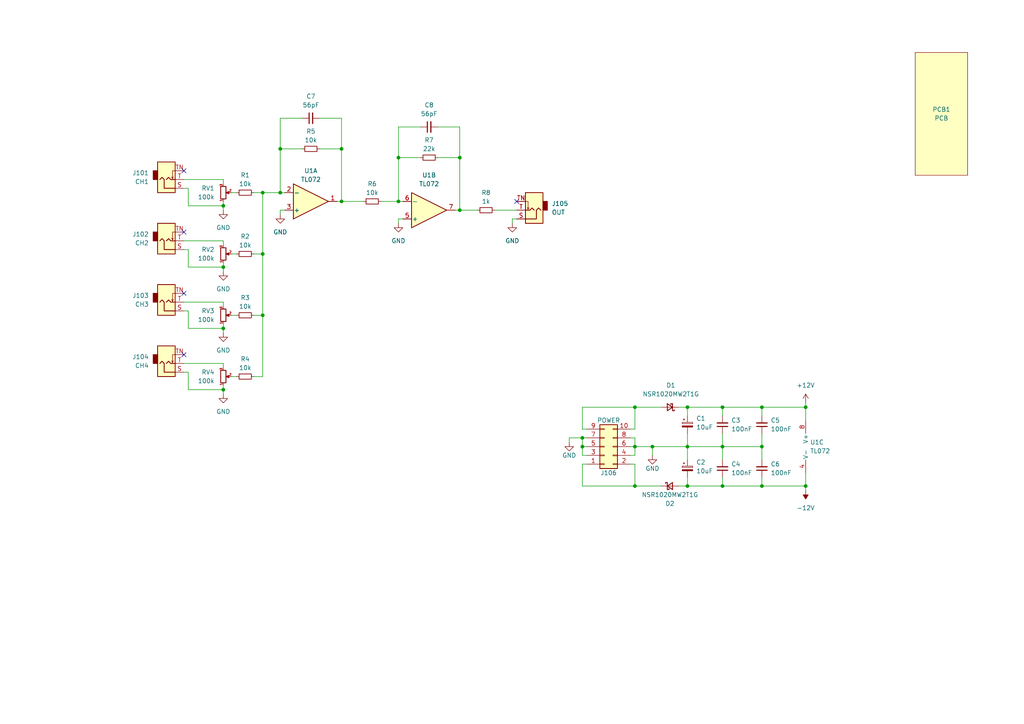
<source format=kicad_sch>
(kicad_sch (version 20211123) (generator eeschema)
  (paper "A4")
  (title_block (title "MXR") (date "2023-01-22") (rev "1.0") (company "WITNS"))
  (lib_symbols
    (symbol "Amplifier_Operational:TL072" (pin_names (offset 0.127))
      (property "Reference" "U" (at 0 5.08 0))
      (property "Value" "TL072" (at 0 -5.08 0))
      (symbol "TL072_1_1"
        (polyline (pts (xy -5.08 5.08) (xy 5.08 0) (xy -5.08 -5.08) (xy -5.08 5.08)) (stroke (width 0.254)) (fill (type background)))
        (pin output line (at 7.62 0 180) (length 2.54) (name "~") (number "1"))
        (pin input line (at -7.62 -2.54 0) (length 2.54) (name "-") (number "2"))
        (pin input line (at -7.62 2.54 0) (length 2.54) (name "+") (number "3"))
      )
      (symbol "TL072_2_1"
        (polyline (pts (xy -5.08 5.08) (xy 5.08 0) (xy -5.08 -5.08) (xy -5.08 5.08)) (stroke (width 0.254)) (fill (type background)))
        (pin input line (at -7.62 2.54 0) (length 2.54) (name "+") (number "5"))
        (pin input line (at -7.62 -2.54 0) (length 2.54) (name "-") (number "6"))
        (pin output line (at 7.62 0 180) (length 2.54) (name "~") (number "7"))
      )
      (symbol "TL072_3_1"
        (pin power_in line (at -2.54 -7.62 90) (length 3.81) (name "V-") (number "4"))
        (pin power_in line (at -2.54 7.62 270) (length 3.81) (name "V+") (number "8"))
      )
    )
    (symbol "Connector:AudioJack2_SwitchT"
      (property "Reference" "J" (at 0 8.89 0))
      (property "Value" "AudioJack2_SwitchT" (at 0 6.35 0))
      (symbol "AudioJack2_SwitchT_0_1"
        (rectangle (start -2.54 0) (end -3.81 -2.54) (stroke (width 0.254)) (fill (type outline)))
        (polyline (pts (xy 1.778 -0.254) (xy 2.032 -0.762)))
        (polyline (pts (xy 0 0) (xy 0.635 -0.635) (xy 1.27 0) (xy 2.54 0)) (stroke (width 0.254)))
        (polyline (pts (xy 2.54 -2.54) (xy 1.778 -2.54) (xy 1.778 -0.254) (xy 1.524 -0.762)))
        (polyline (pts (xy 2.54 2.54) (xy -0.635 2.54) (xy -0.635 0) (xy -1.27 -0.635) (xy -1.905 0)) (stroke (width 0.254)))
        (rectangle (start 2.54 3.81) (end -2.54 -5.08) (stroke (width 0.254)) (fill (type background)))
      )
      (symbol "AudioJack2_SwitchT_1_1"
        (pin passive line (at 5.08 2.54 180) (length 2.54) (name "~") (number "S"))
        (pin passive line (at 5.08 0 180) (length 2.54) (name "~") (number "T"))
        (pin passive line (at 5.08 -2.54 180) (length 2.54) (name "~") (number "TN"))
      )
    )
    (symbol "Connector_Generic:Conn_02x05_Odd_Even" (pin_names (offset 1.016) hide)
      (property "Reference" "J" (at 1.27 7.62 0))
      (property "Value" "Conn_02x05_Odd_Even" (at 1.27 -7.62 0))
      (symbol "Conn_02x05_Odd_Even_1_1"
        (rectangle (start -1.27 -4.953) (end 0 -5.207) (stroke (width 0.1524)))
        (rectangle (start -1.27 -2.413) (end 0 -2.667) (stroke (width 0.1524)))
        (rectangle (start -1.27 0.127) (end 0 -0.127) (stroke (width 0.1524)))
        (rectangle (start -1.27 2.667) (end 0 2.413) (stroke (width 0.1524)))
        (rectangle (start -1.27 5.207) (end 0 4.953) (stroke (width 0.1524)))
        (rectangle (start -1.27 6.35) (end 3.81 -6.35) (stroke (width 0.254)) (fill (type background)))
        (rectangle (start 3.81 -4.953) (end 2.54 -5.207) (stroke (width 0.1524)))
        (rectangle (start 3.81 -2.413) (end 2.54 -2.667) (stroke (width 0.1524)))
        (rectangle (start 3.81 0.127) (end 2.54 -0.127) (stroke (width 0.1524)))
        (rectangle (start 3.81 2.667) (end 2.54 2.413) (stroke (width 0.1524)))
        (rectangle (start 3.81 5.207) (end 2.54 4.953) (stroke (width 0.1524)))
        (pin passive line (at -5.08 5.08 0) (length 3.81) (name "Pin_1") (number "1"))
        (pin passive line (at 7.62 -5.08 180) (length 3.81) (name "Pin_10") (number "10"))
        (pin passive line (at 7.62 5.08 180) (length 3.81) (name "Pin_2") (number "2"))
        (pin passive line (at -5.08 2.54 0) (length 3.81) (name "Pin_3") (number "3"))
        (pin passive line (at 7.62 2.54 180) (length 3.81) (name "Pin_4") (number "4"))
        (pin passive line (at -5.08 0 0) (length 3.81) (name "Pin_5") (number "5"))
        (pin passive line (at 7.62 0 180) (length 3.81) (name "Pin_6") (number "6"))
        (pin passive line (at -5.08 -2.54 0) (length 3.81) (name "Pin_7") (number "7"))
        (pin passive line (at 7.62 -2.54 180) (length 3.81) (name "Pin_8") (number "8"))
        (pin passive line (at -5.08 -5.08 0) (length 3.81) (name "Pin_9") (number "9"))
      )
    )
    (symbol "Device:C_Polarized_Small" (pin_numbers hide) (pin_names (offset 0.254) hide)
      (property "Reference" "C" (at 0.254 1.778 0))
      (property "Value" "C_Polarized_Small" (at 0.254 -2.032 0))
      (symbol "C_Polarized_Small_0_1"
        (rectangle (start -1.524 -0.3048) (end 1.524 -0.6858) (fill (type outline)))
        (rectangle (start -1.524 0.6858) (end 1.524 0.3048))
        (polyline (pts (xy -1.27 1.524) (xy -0.762 1.524)))
        (polyline (pts (xy -1.016 1.27) (xy -1.016 1.778)))
      )
      (symbol "C_Polarized_Small_1_1"
        (pin passive line (at 0 2.54 270) (length 1.8542) (name "~") (number "1"))
        (pin passive line (at 0 -2.54 90) (length 1.8542) (name "~") (number "2"))
      )
    )
    (symbol "Device:C_Small" (pin_numbers hide) (pin_names (offset 0.254) hide)
      (property "Reference" "C" (at 0.254 1.778 0))
      (property "Value" "C_Small" (at 0.254 -2.032 0))
      (symbol "C_Small_0_1"
        (polyline (pts (xy -1.524 -0.508) (xy 1.524 -0.508)) (stroke (width 0.3302)))
        (polyline (pts (xy -1.524 0.508) (xy 1.524 0.508)) (stroke (width 0.3048)))
      )
      (symbol "C_Small_1_1"
        (pin passive line (at 0 2.54 270) (length 2.032) (name "~") (number "1"))
        (pin passive line (at 0 -2.54 90) (length 2.032) (name "~") (number "2"))
      )
    )
    (symbol "Device:D_Schottky_Small" (pin_numbers hide) (pin_names (offset 0.254) hide)
      (property "Reference" "D" (at -1.27 2.032 0))
      (property "Value" "D_Schottky_Small" (at -7.112 -2.032 0))
      (symbol "D_Schottky_Small_0_1"
        (polyline (pts (xy -0.762 0) (xy 0.762 0)))
        (polyline (pts (xy 0.762 -1.016) (xy -0.762 0) (xy 0.762 1.016) (xy 0.762 -1.016)) (stroke (width 0.254)))
        (polyline (pts (xy -1.27 0.762) (xy -1.27 1.016) (xy -0.762 1.016) (xy -0.762 -1.016) (xy -0.254 -1.016) (xy -0.254 -0.762)) (stroke (width 0.254)))
      )
      (symbol "D_Schottky_Small_1_1"
        (pin passive line (at -2.54 0 0) (length 1.778) (name "K") (number "1"))
        (pin passive line (at 2.54 0 180) (length 1.778) (name "A") (number "2"))
      )
    )
    (symbol "Device:R_Potentiometer_Small" (pin_names (offset 1.016) hide)
      (property "Reference" "RV" (at -4.445 0 90))
      (property "Value" "R_Potentiometer_Small" (at -2.54 0 90))
      (symbol "R_Potentiometer_Small_0_1"
        (polyline (pts (xy 0.889 0) (xy 0.635 0) (xy 1.651 0.381) (xy 1.651 -0.381) (xy 0.635 0) (xy 0.889 0)) (fill (type outline)))
        (rectangle (start 0.762 1.8034) (end -0.762 -1.8034) (stroke (width 0.254)))
      )
      (symbol "R_Potentiometer_Small_1_1"
        (pin passive line (at 0 2.54 270) (length 0.635) (name "1") (number "1"))
        (pin passive line (at 2.54 0 180) (length 0.9906) (name "2") (number "2"))
        (pin passive line (at 0 -2.54 90) (length 0.635) (name "3") (number "3"))
      )
    )
    (symbol "Device:R_Small" (pin_numbers hide) (pin_names (offset 0.254) hide)
      (property "Reference" "R" (at 0.762 0.508 0))
      (property "Value" "R_Small" (at 0.762 -1.016 0))
      (symbol "R_Small_0_1"
        (rectangle (start -0.762 1.778) (end 0.762 -1.778) (stroke (width 0.2032)))
      )
      (symbol "R_Small_1_1"
        (pin passive line (at 0 2.54 270) (length 0.762) (name "~") (number "1"))
        (pin passive line (at 0 -2.54 90) (length 0.762) (name "~") (number "2"))
      )
    )
    (symbol "WITNS_EURORACK:PCB"
      (property "Reference" "U" (at 0 19.05 0))
      (property "Value" "PCB" (at 0 -19.05 0))
      (symbol "PCB_0_1"
        (rectangle (start -7.62 17.78) (end 7.62 -17.78) (fill (type background)))
      )
    )
    (symbol "power:+12V" (power) (pin_names (offset 0))
      (property "Value" "+12V" (at 0 3.556 0))
      (symbol "+12V_0_1"
        (polyline (pts (xy -0.762 1.27) (xy 0 2.54)))
        (polyline (pts (xy 0 0) (xy 0 2.54)))
        (polyline (pts (xy 0 2.54) (xy 0.762 1.27)))
      )
      (symbol "+12V_1_1"
        (pin power_in line (at 0 0 90) (length 0) hide (name "+12V") (number "1"))
      )
    )
    (symbol "power:-12V" (power) (pin_names (offset 0))
      (property "Value" "-12V" (at 0 3.81 0))
      (symbol "-12V_0_0"
        (pin power_in line (at 0 0 90) (length 0) hide (name "-12V") (number "1"))
      )
      (symbol "-12V_0_1"
        (polyline (pts (xy 0 0) (xy 0 1.27) (xy 0.762 1.27) (xy 0 2.54) (xy -0.762 1.27) (xy 0 1.27)) (fill (type outline)))
      )
    )
    (symbol "power:GND" (power) (pin_names (offset 0))
      (property "Value" "GND" (at 0 -3.81 0))
      (symbol "GND_0_1"
        (polyline (pts (xy 0 0) (xy 0 -1.27) (xy 1.27 -1.27) (xy 0 -2.54) (xy -1.27 -1.27) (xy 0 -1.27)))
      )
      (symbol "GND_1_1"
        (pin power_in line (at 0 0 270) (length 0) hide (name "GND") (number "1"))
      )
    )
  )
  (junction (at 76.2 73.66))
  (junction (at 64.77 95.25))
  (junction (at 220.98 140.97))
  (junction (at 76.2 91.44))
  (junction (at 64.77 77.47))
  (junction (at 76.2 55.88))
  (junction (at 64.77 59.69))
  (junction (at 99.06 58.42))
  (junction (at 133.35 45.72))
  (junction (at 99.06 43.18))
  (junction (at 115.57 58.42))
  (junction (at 184.15 129.54))
  (junction (at 220.98 118.11))
  (junction (at 184.15 140.97))
  (junction (at 168.91 129.54))
  (junction (at 220.98 129.54))
  (junction (at 133.35 60.96))
  (junction (at 233.68 118.11))
  (junction (at 115.57 45.72))
  (junction (at 209.55 140.97))
  (junction (at 209.55 118.11))
  (junction (at 199.39 140.97))
  (junction (at 168.91 127))
  (junction (at 209.55 129.54))
  (junction (at 199.39 118.11))
  (junction (at 199.39 129.54))
  (junction (at 233.68 140.97))
  (junction (at 81.28 43.18))
  (junction (at 189.23 129.54))
  (junction (at 184.15 118.11))
  (junction (at 81.28 55.88))
  (junction (at 64.77 113.03))
  (no_connect (at 149.86 58.42))
  (no_connect (at 53.34 102.87))
  (no_connect (at 53.34 85.09))
  (no_connect (at 53.34 67.31))
  (no_connect (at 53.34 49.53))
  (wire (pts (xy 115.57 64.77) (xy 115.57 63.5)))
  (wire (pts (xy 168.91 127) (xy 170.18 127)))
  (wire (pts (xy 199.39 138.43) (xy 199.39 140.97)))
  (wire (pts (xy 133.35 60.96) (xy 138.43 60.96)))
  (wire (pts (xy 168.91 134.62) (xy 168.91 140.97)))
  (wire (pts (xy 127 45.72) (xy 133.35 45.72)))
  (wire (pts (xy 64.77 95.25) (xy 54.61 95.25)))
  (wire (pts (xy 132.08 60.96) (xy 133.35 60.96)))
  (wire (pts (xy 184.15 118.11) (xy 184.15 124.46)))
  (wire (pts (xy 199.39 118.11) (xy 196.85 118.11)))
  (wire (pts (xy 209.55 138.43) (xy 209.55 140.97)))
  (wire (pts (xy 184.15 127) (xy 182.88 127)))
  (wire (pts (xy 189.23 129.54) (xy 189.23 132.08)))
  (wire (pts (xy 54.61 107.95) (xy 53.34 107.95)))
  (wire (pts (xy 209.55 129.54) (xy 220.98 129.54)))
  (wire (pts (xy 184.15 129.54) (xy 189.23 129.54)))
  (wire (pts (xy 76.2 55.88) (xy 81.28 55.88)))
  (wire (pts (xy 233.68 140.97) (xy 233.68 142.24)))
  (wire (pts (xy 168.91 129.54) (xy 168.91 127)))
  (wire (pts (xy 184.15 140.97) (xy 184.15 134.62)))
  (wire (pts (xy 67.31 109.22) (xy 68.58 109.22)))
  (wire (pts (xy 64.77 52.07) (xy 53.34 52.07)))
  (wire (pts (xy 115.57 63.5) (xy 116.84 63.5)))
  (wire (pts (xy 64.77 71.12) (xy 64.77 69.85)))
  (wire (pts (xy 127 36.83) (xy 133.35 36.83)))
  (wire (pts (xy 54.61 54.61) (xy 54.61 59.69)))
  (wire (pts (xy 64.77 113.03) (xy 64.77 114.3)))
  (wire (pts (xy 81.28 60.96) (xy 82.55 60.96)))
  (wire (pts (xy 99.06 58.42) (xy 105.41 58.42)))
  (wire (pts (xy 184.15 118.11) (xy 191.77 118.11)))
  (wire (pts (xy 209.55 118.11) (xy 209.55 120.65)))
  (wire (pts (xy 73.66 55.88) (xy 76.2 55.88)))
  (wire (pts (xy 64.77 77.47) (xy 54.61 77.47)))
  (wire (pts (xy 73.66 109.22) (xy 76.2 109.22)))
  (wire (pts (xy 233.68 140.97) (xy 233.68 137.16)))
  (wire (pts (xy 64.77 113.03) (xy 54.61 113.03)))
  (wire (pts (xy 168.91 132.08) (xy 168.91 129.54)))
  (wire (pts (xy 64.77 105.41) (xy 53.34 105.41)))
  (wire (pts (xy 64.77 69.85) (xy 53.34 69.85)))
  (wire (pts (xy 220.98 125.73) (xy 220.98 129.54)))
  (wire (pts (xy 76.2 73.66) (xy 76.2 55.88)))
  (wire (pts (xy 220.98 129.54) (xy 220.98 133.35)))
  (wire (pts (xy 67.31 55.88) (xy 68.58 55.88)))
  (wire (pts (xy 209.55 118.11) (xy 199.39 118.11)))
  (wire (pts (xy 87.63 43.18) (xy 81.28 43.18)))
  (wire (pts (xy 199.39 129.54) (xy 199.39 133.35)))
  (wire (pts (xy 54.61 107.95) (xy 54.61 113.03)))
  (wire (pts (xy 220.98 120.65) (xy 220.98 118.11)))
  (wire (pts (xy 99.06 58.42) (xy 97.79 58.42)))
  (wire (pts (xy 64.77 106.68) (xy 64.77 105.41)))
  (wire (pts (xy 115.57 36.83) (xy 121.92 36.83)))
  (wire (pts (xy 64.77 76.2) (xy 64.77 77.47)))
  (wire (pts (xy 168.91 124.46) (xy 168.91 118.11)))
  (wire (pts (xy 233.68 118.11) (xy 233.68 121.92)))
  (wire (pts (xy 92.71 34.29) (xy 99.06 34.29)))
  (wire (pts (xy 199.39 129.54) (xy 209.55 129.54)))
  (wire (pts (xy 148.59 63.5) (xy 149.86 63.5)))
  (wire (pts (xy 54.61 72.39) (xy 53.34 72.39)))
  (wire (pts (xy 170.18 132.08) (xy 168.91 132.08)))
  (wire (pts (xy 184.15 132.08) (xy 184.15 129.54)))
  (wire (pts (xy 209.55 125.73) (xy 209.55 129.54)))
  (wire (pts (xy 99.06 34.29) (xy 99.06 43.18)))
  (wire (pts (xy 220.98 118.11) (xy 209.55 118.11)))
  (wire (pts (xy 54.61 90.17) (xy 54.61 95.25)))
  (wire (pts (xy 189.23 129.54) (xy 199.39 129.54)))
  (wire (pts (xy 115.57 45.72) (xy 115.57 36.83)))
  (wire (pts (xy 182.88 124.46) (xy 184.15 124.46)))
  (wire (pts (xy 64.77 77.47) (xy 64.77 78.74)))
  (wire (pts (xy 64.77 95.25) (xy 64.77 96.52)))
  (wire (pts (xy 199.39 140.97) (xy 196.85 140.97)))
  (wire (pts (xy 182.88 129.54) (xy 184.15 129.54)))
  (wire (pts (xy 64.77 87.63) (xy 53.34 87.63)))
  (wire (pts (xy 64.77 59.69) (xy 64.77 60.96)))
  (wire (pts (xy 133.35 45.72) (xy 133.35 60.96)))
  (wire (pts (xy 182.88 134.62) (xy 184.15 134.62)))
  (wire (pts (xy 182.88 132.08) (xy 184.15 132.08)))
  (wire (pts (xy 64.77 53.34) (xy 64.77 52.07)))
  (wire (pts (xy 81.28 43.18) (xy 81.28 34.29)))
  (wire (pts (xy 76.2 91.44) (xy 76.2 73.66)))
  (wire (pts (xy 64.77 88.9) (xy 64.77 87.63)))
  (wire (pts (xy 121.92 45.72) (xy 115.57 45.72)))
  (wire (pts (xy 209.55 129.54) (xy 209.55 133.35)))
  (wire (pts (xy 81.28 62.23) (xy 81.28 60.96)))
  (wire (pts (xy 168.91 129.54) (xy 170.18 129.54)))
  (wire (pts (xy 184.15 140.97) (xy 191.77 140.97)))
  (wire (pts (xy 110.49 58.42) (xy 115.57 58.42)))
  (wire (pts (xy 220.98 138.43) (xy 220.98 140.97)))
  (wire (pts (xy 54.61 90.17) (xy 53.34 90.17)))
  (wire (pts (xy 199.39 140.97) (xy 209.55 140.97)))
  (wire (pts (xy 73.66 73.66) (xy 76.2 73.66)))
  (wire (pts (xy 81.28 34.29) (xy 87.63 34.29)))
  (wire (pts (xy 133.35 36.83) (xy 133.35 45.72)))
  (wire (pts (xy 199.39 125.73) (xy 199.39 129.54)))
  (wire (pts (xy 165.1 128.27) (xy 165.1 127)))
  (wire (pts (xy 99.06 43.18) (xy 99.06 58.42)))
  (wire (pts (xy 54.61 72.39) (xy 54.61 77.47)))
  (wire (pts (xy 143.51 60.96) (xy 149.86 60.96)))
  (wire (pts (xy 168.91 118.11) (xy 184.15 118.11)))
  (wire (pts (xy 115.57 58.42) (xy 116.84 58.42)))
  (wire (pts (xy 54.61 54.61) (xy 53.34 54.61)))
  (wire (pts (xy 64.77 93.98) (xy 64.77 95.25)))
  (wire (pts (xy 115.57 45.72) (xy 115.57 58.42)))
  (wire (pts (xy 220.98 140.97) (xy 233.68 140.97)))
  (wire (pts (xy 64.77 58.42) (xy 64.77 59.69)))
  (wire (pts (xy 73.66 91.44) (xy 76.2 91.44)))
  (wire (pts (xy 233.68 116.84) (xy 233.68 118.11)))
  (wire (pts (xy 220.98 118.11) (xy 233.68 118.11)))
  (wire (pts (xy 67.31 73.66) (xy 68.58 73.66)))
  (wire (pts (xy 81.28 55.88) (xy 82.55 55.88)))
  (wire (pts (xy 64.77 59.69) (xy 54.61 59.69)))
  (wire (pts (xy 92.71 43.18) (xy 99.06 43.18)))
  (wire (pts (xy 199.39 120.65) (xy 199.39 118.11)))
  (wire (pts (xy 67.31 91.44) (xy 68.58 91.44)))
  (wire (pts (xy 64.77 111.76) (xy 64.77 113.03)))
  (wire (pts (xy 170.18 134.62) (xy 168.91 134.62)))
  (wire (pts (xy 148.59 64.77) (xy 148.59 63.5)))
  (wire (pts (xy 184.15 129.54) (xy 184.15 127)))
  (wire (pts (xy 165.1 127) (xy 168.91 127)))
  (wire (pts (xy 170.18 124.46) (xy 168.91 124.46)))
  (wire (pts (xy 168.91 140.97) (xy 184.15 140.97)))
  (wire (pts (xy 76.2 109.22) (xy 76.2 91.44)))
  (wire (pts (xy 81.28 43.18) (xy 81.28 55.88)))
  (wire (pts (xy 209.55 140.97) (xy 220.98 140.97)))
  (symbol (lib_id "Amplifier_Operational:TL072") (at 236.22 129.54 0) (unit 3)
    (property "Reference" "U1" (at 234.95 128.2699 0) (effects (justify left)))
    (property "Value" "TL072" (at 234.95 130.8099 0) (effects (justify left)))
    (property "Footprint" "Package_SO:SOIC-8_3.9x4.9mm_P1.27mm" (effects hide))
    (property "Datasheet" "http://www.ti.com/lit/ds/symlink/tl071.pdf" (effects hide))
  )
  (symbol (lib_id "power:GND") (at 115.57 64.77 0) (unit 1)
    (property "Reference" "#PWR0102" (effects hide))
    (property "Value" "GND" (at 115.57 69.85 0))
  )
  (symbol (lib_id "power:-12V") (at 233.68 142.24 0) (mirror x) (unit 1)
    (property "Reference" "#PWR0106" (effects hide))
    (property "Value" "-12V" (at 233.68 147.32 0))
  )
  (symbol (lib_id "Device:C_Polarized_Small") (at 199.39 123.19 0) (unit 1)
    (property "Reference" "C1" (at 201.93 121.3738 0) (effects (justify left)))
    (property "Value" "10uF" (at 201.93 123.9138 0) (effects (justify left)))
    (property "Footprint" "Capacitor_SMD:CP_Elec_4x5.4" (effects hide))
    (property "Farnell" "2611379" (effects hide))
  )
  (symbol (lib_id "Device:R_Small") (at 71.12 109.22 90) (unit 1)
    (property "Reference" "R4" (at 71.12 104.14 90))
    (property "Value" "10k" (at 71.12 106.68 90))
    (property "Footprint" "Resistor_SMD:R_0603_1608Metric" (effects hide))
  )
  (symbol (lib_id "Connector:AudioJack2_SwitchT") (at 48.26 105.41 0) (mirror x) (unit 1)
    (property "Reference" "J104" (at 43.18 103.5049 0) (effects (justify right)))
    (property "Value" "CH4" (at 43.18 106.0449 0) (effects (justify right)))
    (property "Footprint" "WITNS:Jack_3.5mm_QingPu_WQP-PJ398SM_Vertical_CircularHoles" (effects hide))
  )
  (symbol (lib_id "power:GND") (at 64.77 114.3 0) (unit 1)
    (property "Reference" "#PWR0110" (effects hide))
    (property "Value" "GND" (at 64.77 119.38 0))
  )
  (symbol (lib_id "Device:C_Small") (at 220.98 123.19 180) (unit 1)
    (property "Reference" "C5" (at 223.52 121.9135 0) (effects (justify right)))
    (property "Value" "100nF" (at 223.52 124.4535 0) (effects (justify right)))
    (property "Footprint" "Capacitor_SMD:C_0603_1608Metric" (effects hide))
  )
  (symbol (lib_id "Device:C_Polarized_Small") (at 199.39 135.89 0) (unit 1)
    (property "Reference" "C2" (at 201.93 134.0738 0) (effects (justify left)))
    (property "Value" "10uF" (at 201.93 136.6138 0) (effects (justify left)))
    (property "Footprint" "Capacitor_SMD:CP_Elec_4x5.4" (effects hide))
    (property "Farnell" "2611379" (effects hide))
  )
  (symbol (lib_id "Device:R_Potentiometer_Small") (at 64.77 109.22 0) (mirror x) (unit 1)
    (property "Reference" "RV4" (at 62.23 107.9499 0) (effects (justify right)))
    (property "Value" "100k" (at 62.23 110.4899 0) (effects (justify right)))
    (property "Footprint" "WITNS:Potentiometer_Alpha_RD901F-40-00D_Single_Vertical" (effects hide))
  )
  (symbol (lib_id "power:GND") (at 148.59 64.77 0) (unit 1)
    (property "Reference" "#PWR0103" (effects hide))
    (property "Value" "GND" (at 148.59 69.85 0))
  )
  (symbol (lib_id "Amplifier_Operational:TL072") (at 124.46 60.96 0) (mirror x) (unit 2)
    (property "Reference" "U1" (at 124.46 50.8 0))
    (property "Value" "TL072" (at 124.46 53.34 0))
    (property "Footprint" "Package_SO:SOIC-8_3.9x4.9mm_P1.27mm" (effects hide))
    (property "Datasheet" "http://www.ti.com/lit/ds/symlink/tl071.pdf" (effects hide))
  )
  (symbol (lib_id "Device:D_Schottky_Small") (at 194.31 140.97 0) (unit 1)
    (property "Reference" "D2" (at 194.31 146.05 0))
    (property "Value" "NSR1020MW2T1G" (at 194.31 143.51 0))
    (property "Footprint" "Diode_SMD:D_SOD-323" (effects hide))
    (property "Farnell" "1431027" (effects hide))
  )
  (symbol (lib_id "Device:R_Potentiometer_Small") (at 64.77 73.66 0) (mirror x) (unit 1)
    (property "Reference" "RV2" (at 62.23 72.3899 0) (effects (justify right)))
    (property "Value" "100k" (at 62.23 74.9299 0) (effects (justify right)))
    (property "Footprint" "WITNS:Potentiometer_Alpha_RD901F-40-00D_Single_Vertical" (effects hide))
  )
  (symbol (lib_id "Device:C_Small") (at 124.46 36.83 90) (mirror x) (unit 1)
    (property "Reference" "C8" (at 124.4663 30.48 90))
    (property "Value" "56pF" (at 124.4663 33.02 90))
    (property "Footprint" "Capacitor_SMD:C_0603_1608Metric" (effects hide))
  )
  (symbol (lib_id "WITNS_EURORACK:PCB") (at 273.05 33.02 0) (unit 1)
    (property "Reference" "PCB1" (at 273.05 31.75 0))
    (property "Value" "PCB" (at 273.05 34.29 0))
    (property "Footprint" "WITNS:PCB_4HP" (effects hide))
  )
  (symbol (lib_id "Device:R_Small") (at 124.46 45.72 90) (unit 1)
    (property "Reference" "R7" (at 124.46 40.64 90))
    (property "Value" "22k" (at 124.46 43.18 90))
    (property "Footprint" "Resistor_SMD:R_0603_1608Metric" (effects hide))
  )
  (symbol (lib_id "Device:C_Small") (at 209.55 123.19 180) (unit 1)
    (property "Reference" "C3" (at 212.09 121.9135 0) (effects (justify right)))
    (property "Value" "100nF" (at 212.09 124.4535 0) (effects (justify right)))
    (property "Footprint" "Capacitor_SMD:C_0603_1608Metric" (effects hide))
  )
  (symbol (lib_id "power:GND") (at 165.1 128.27 0) (unit 1)
    (property "Reference" "#PWR0109" (effects hide))
    (property "Value" "GND" (at 165.1 132.08 0))
  )
  (symbol (lib_id "Device:D_Schottky_Small") (at 194.31 118.11 180) (unit 1)
    (property "Reference" "D1" (at 194.564 111.76 0))
    (property "Value" "NSR1020MW2T1G" (at 194.564 114.3 0))
    (property "Footprint" "Diode_SMD:D_SOD-323" (effects hide))
    (property "Farnell" "1431027" (effects hide))
  )
  (symbol (lib_id "Device:R_Small") (at 71.12 55.88 90) (unit 1)
    (property "Reference" "R1" (at 71.12 50.8 90))
    (property "Value" "10k" (at 71.12 53.34 90))
    (property "Footprint" "Resistor_SMD:R_0603_1608Metric" (effects hide))
  )
  (symbol (lib_id "power:GND") (at 189.23 132.08 0) (unit 1)
    (property "Reference" "#PWR0108" (effects hide))
    (property "Value" "GND" (at 189.23 135.89 0))
  )
  (symbol (lib_id "Device:C_Small") (at 220.98 135.89 180) (unit 1)
    (property "Reference" "C6" (at 223.52 134.6135 0) (effects (justify right)))
    (property "Value" "100nF" (at 223.52 137.1535 0) (effects (justify right)))
    (property "Footprint" "Capacitor_SMD:C_0603_1608Metric" (effects hide))
  )
  (symbol (lib_id "power:GND") (at 81.28 62.23 0) (unit 1)
    (property "Reference" "#PWR0101" (effects hide))
    (property "Value" "GND" (at 81.28 67.31 0))
  )
  (symbol (lib_id "Amplifier_Operational:TL072") (at 90.17 58.42 0) (mirror x) (unit 1)
    (property "Reference" "U1" (at 90.17 49.53 0))
    (property "Value" "TL072" (at 90.17 52.07 0))
    (property "Footprint" "Package_SO:SOIC-8_3.9x4.9mm_P1.27mm" (effects hide))
    (property "Datasheet" "http://www.ti.com/lit/ds/symlink/tl071.pdf" (effects hide))
  )
  (symbol (lib_id "Connector:AudioJack2_SwitchT") (at 48.26 69.85 0) (mirror x) (unit 1)
    (property "Reference" "J102" (at 43.18 67.9449 0) (effects (justify right)))
    (property "Value" "CH2" (at 43.18 70.4849 0) (effects (justify right)))
    (property "Footprint" "WITNS:Jack_3.5mm_QingPu_WQP-PJ398SM_Vertical_CircularHoles" (effects hide))
  )
  (symbol (lib_id "power:+12V") (at 233.68 116.84 0) (unit 1)
    (property "Reference" "#PWR0107" (effects hide))
    (property "Value" "+12V" (at 233.68 111.76 0))
  )
  (symbol (lib_id "Connector:AudioJack2_SwitchT") (at 48.26 87.63 0) (mirror x) (unit 1)
    (property "Reference" "J103" (at 43.18 85.7249 0) (effects (justify right)))
    (property "Value" "CH3" (at 43.18 88.2649 0) (effects (justify right)))
    (property "Footprint" "WITNS:Jack_3.5mm_QingPu_WQP-PJ398SM_Vertical_CircularHoles" (effects hide))
  )
  (symbol (lib_id "Device:R_Potentiometer_Small") (at 64.77 55.88 0) (mirror x) (unit 1)
    (property "Reference" "RV1" (at 62.23 54.6099 0) (effects (justify right)))
    (property "Value" "100k" (at 62.23 57.1499 0) (effects (justify right)))
    (property "Footprint" "WITNS:Potentiometer_Alpha_RD901F-40-00D_Single_Vertical" (effects hide))
  )
  (symbol (lib_id "Device:C_Small") (at 90.17 34.29 90) (unit 1)
    (property "Reference" "C7" (at 90.1763 27.94 90))
    (property "Value" "56pF" (at 90.1763 30.48 90))
    (property "Footprint" "Capacitor_SMD:C_0603_1608Metric" (effects hide))
  )
  (symbol (lib_id "Device:R_Small") (at 107.95 58.42 90) (unit 1)
    (property "Reference" "R6" (at 107.95 53.34 90))
    (property "Value" "10k" (at 107.95 55.88 90))
    (property "Footprint" "Resistor_SMD:R_0603_1608Metric" (effects hide))
  )
  (symbol (lib_id "Device:R_Potentiometer_Small") (at 64.77 91.44 0) (mirror x) (unit 1)
    (property "Reference" "RV3" (at 62.23 90.1699 0) (effects (justify right)))
    (property "Value" "100k" (at 62.23 92.7099 0) (effects (justify right)))
    (property "Footprint" "WITNS:Potentiometer_Alpha_RD901F-40-00D_Single_Vertical" (effects hide))
  )
  (symbol (lib_id "Connector_Generic:Conn_02x05_Odd_Even") (at 175.26 129.54 0) (mirror x) (unit 1)
    (property "Reference" "J106" (at 176.53 137.16 0))
    (property "Value" "POWER" (at 176.53 121.92 0))
    (property "Footprint" "Connector_PinHeader_2.54mm:PinHeader_2x05_P2.54mm_Vertical_SMD" (effects hide))
  )
  (symbol (lib_id "Device:C_Small") (at 209.55 135.89 180) (unit 1)
    (property "Reference" "C4" (at 212.09 134.6135 0) (effects (justify right)))
    (property "Value" "100nF" (at 212.09 137.1535 0) (effects (justify right)))
    (property "Footprint" "Capacitor_SMD:C_0603_1608Metric" (effects hide))
  )
  (symbol (lib_id "Device:R_Small") (at 140.97 60.96 90) (unit 1)
    (property "Reference" "R8" (at 140.97 55.88 90))
    (property "Value" "1k" (at 140.97 58.42 90))
    (property "Footprint" "Resistor_SMD:R_0603_1608Metric" (effects hide))
  )
  (symbol (lib_id "power:GND") (at 64.77 96.52 0) (unit 1)
    (property "Reference" "#PWR0111" (effects hide))
    (property "Value" "GND" (at 64.77 101.6 0))
  )
  (symbol (lib_id "power:GND") (at 64.77 60.96 0) (unit 1)
    (property "Reference" "#PWR0104" (effects hide))
    (property "Value" "GND" (at 64.77 66.04 0))
  )
  (symbol (lib_id "Connector:AudioJack2_SwitchT") (at 154.94 60.96 180) (unit 1)
    (property "Reference" "J105" (at 160.02 59.0549 0) (effects (justify right)))
    (property "Value" "OUT" (at 160.02 61.5949 0) (effects (justify right)))
    (property "Footprint" "WITNS:Jack_3.5mm_QingPu_WQP-PJ398SM_Vertical_CircularHoles" (effects hide))
  )
  (symbol (lib_id "Device:R_Small") (at 90.17 43.18 90) (unit 1)
    (property "Reference" "R5" (at 90.17 38.1 90))
    (property "Value" "10k" (at 90.17 40.64 90))
    (property "Footprint" "Resistor_SMD:R_0603_1608Metric" (effects hide))
  )
  (symbol (lib_id "Connector:AudioJack2_SwitchT") (at 48.26 52.07 0) (mirror x) (unit 1)
    (property "Reference" "J101" (at 43.18 50.1649 0) (effects (justify right)))
    (property "Value" "CH1" (at 43.18 52.7049 0) (effects (justify right)))
    (property "Footprint" "WITNS:Jack_3.5mm_QingPu_WQP-PJ398SM_Vertical_CircularHoles" (effects hide))
  )
  (symbol (lib_id "power:GND") (at 64.77 78.74 0) (unit 1)
    (property "Reference" "#PWR0105" (effects hide))
    (property "Value" "GND" (at 64.77 83.82 0))
  )
  (symbol (lib_id "Device:R_Small") (at 71.12 73.66 90) (unit 1)
    (property "Reference" "R2" (at 71.12 68.58 90))
    (property "Value" "10k" (at 71.12 71.12 90))
    (property "Footprint" "Resistor_SMD:R_0603_1608Metric" (effects hide))
  )
  (symbol (lib_id "Device:R_Small") (at 71.12 91.44 90) (unit 1)
    (property "Reference" "R3" (at 71.12 86.36 90))
    (property "Value" "10k" (at 71.12 88.9 90))
    (property "Footprint" "Resistor_SMD:R_0603_1608Metric" (effects hide))
  )
)
</source>
